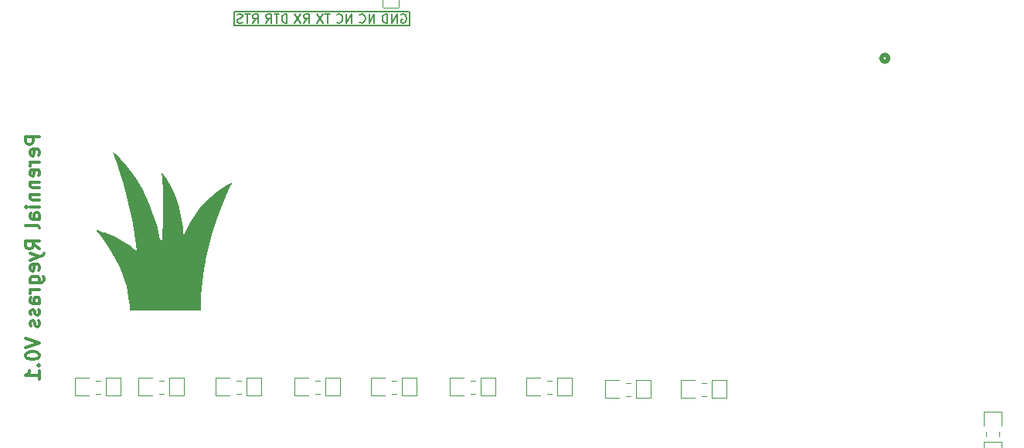
<source format=gbr>
G04 #@! TF.GenerationSoftware,KiCad,Pcbnew,(7.0.0)*
G04 #@! TF.CreationDate,2023-03-28T16:02:03-07:00*
G04 #@! TF.ProjectId,OpenSprinkler,4f70656e-5370-4726-996e-6b6c65722e6b,1*
G04 #@! TF.SameCoordinates,Original*
G04 #@! TF.FileFunction,Legend,Bot*
G04 #@! TF.FilePolarity,Positive*
%FSLAX46Y46*%
G04 Gerber Fmt 4.6, Leading zero omitted, Abs format (unit mm)*
G04 Created by KiCad (PCBNEW (7.0.0)) date 2023-03-28 16:02:03*
%MOMM*%
%LPD*%
G01*
G04 APERTURE LIST*
G04 Aperture macros list*
%AMRoundRect*
0 Rectangle with rounded corners*
0 $1 Rounding radius*
0 $2 $3 $4 $5 $6 $7 $8 $9 X,Y pos of 4 corners*
0 Add a 4 corners polygon primitive as box body*
4,1,4,$2,$3,$4,$5,$6,$7,$8,$9,$2,$3,0*
0 Add four circle primitives for the rounded corners*
1,1,$1+$1,$2,$3*
1,1,$1+$1,$4,$5*
1,1,$1+$1,$6,$7*
1,1,$1+$1,$8,$9*
0 Add four rect primitives between the rounded corners*
20,1,$1+$1,$2,$3,$4,$5,0*
20,1,$1+$1,$4,$5,$6,$7,0*
20,1,$1+$1,$6,$7,$8,$9,0*
20,1,$1+$1,$8,$9,$2,$3,0*%
%AMFreePoly0*
4,1,14,-0.351096,0.988808,0.410904,0.023608,0.419100,0.000000,0.410904,-0.023608,-0.351096,-0.988808,-0.370318,-1.001772,-0.393495,-1.001193,-0.412046,-0.987285,-0.419100,-0.965200,-0.419100,0.965200,-0.412046,0.987285,-0.393495,1.001193,-0.370318,1.001772,-0.351096,0.988808,-0.351096,0.988808,$1*%
G04 Aperture macros list end*
%ADD10C,0.150000*%
%ADD11C,0.300000*%
%ADD12C,0.120000*%
%ADD13C,0.508000*%
%ADD14RoundRect,0.038100X-0.960871X0.811312X-0.960871X-0.811312X0.960871X-0.811312X0.960871X0.811312X0*%
%ADD15FreePoly0,270.000000*%
%ADD16FreePoly0,90.000000*%
%ADD17RoundRect,0.038100X0.960871X-0.812056X0.960871X0.812056X-0.960871X0.812056X-0.960871X-0.812056X0*%
%ADD18RoundRect,0.038100X-0.811312X-0.960871X0.811312X-0.960871X0.811312X0.960871X-0.811312X0.960871X0*%
%ADD19FreePoly0,0.000000*%
%ADD20FreePoly0,180.000000*%
%ADD21RoundRect,0.038100X0.812056X0.960871X-0.812056X0.960871X-0.812056X-0.960871X0.812056X-0.960871X0*%
%ADD22O,2.576200X5.076200*%
%ADD23O,2.326200X4.576200*%
%ADD24O,4.576200X2.326200*%
%ADD25RoundRect,0.038100X-0.750000X-1.500000X0.750000X-1.500000X0.750000X1.500000X-0.750000X1.500000X0*%
%ADD26O,1.576200X3.076200*%
%ADD27C,2.776200*%
%ADD28RoundRect,0.038100X-0.850000X0.850000X-0.850000X-0.850000X0.850000X-0.850000X0.850000X0.850000X0*%
%ADD29O,1.776200X1.776200*%
%ADD30C,1.828800*%
G04 APERTURE END LIST*
D10*
X102717600Y-66713700D02*
X102717600Y-65215100D01*
X121916800Y-65226800D02*
X102717600Y-65226800D01*
X121942200Y-65277600D02*
X121942200Y-66750800D01*
X102717600Y-66750800D02*
X121866000Y-66750800D01*
X110370732Y-66484121D02*
X110701399Y-66011740D01*
X110937589Y-66484121D02*
X110937589Y-65492121D01*
X110937589Y-65492121D02*
X110559684Y-65492121D01*
X110559684Y-65492121D02*
X110465208Y-65539360D01*
X110465208Y-65539360D02*
X110417970Y-65586598D01*
X110417970Y-65586598D02*
X110370732Y-65681074D01*
X110370732Y-65681074D02*
X110370732Y-65822788D01*
X110370732Y-65822788D02*
X110417970Y-65917264D01*
X110417970Y-65917264D02*
X110465208Y-65964502D01*
X110465208Y-65964502D02*
X110559684Y-66011740D01*
X110559684Y-66011740D02*
X110937589Y-66011740D01*
X110040065Y-65492121D02*
X109378732Y-66484121D01*
X109378732Y-65492121D02*
X110040065Y-66484121D01*
D11*
X81410771Y-78919342D02*
X79910771Y-78919342D01*
X79910771Y-78919342D02*
X79910771Y-79490771D01*
X79910771Y-79490771D02*
X79982200Y-79633628D01*
X79982200Y-79633628D02*
X80053628Y-79705057D01*
X80053628Y-79705057D02*
X80196485Y-79776485D01*
X80196485Y-79776485D02*
X80410771Y-79776485D01*
X80410771Y-79776485D02*
X80553628Y-79705057D01*
X80553628Y-79705057D02*
X80625057Y-79633628D01*
X80625057Y-79633628D02*
X80696485Y-79490771D01*
X80696485Y-79490771D02*
X80696485Y-78919342D01*
X81339342Y-80990771D02*
X81410771Y-80847914D01*
X81410771Y-80847914D02*
X81410771Y-80562200D01*
X81410771Y-80562200D02*
X81339342Y-80419342D01*
X81339342Y-80419342D02*
X81196485Y-80347914D01*
X81196485Y-80347914D02*
X80625057Y-80347914D01*
X80625057Y-80347914D02*
X80482200Y-80419342D01*
X80482200Y-80419342D02*
X80410771Y-80562200D01*
X80410771Y-80562200D02*
X80410771Y-80847914D01*
X80410771Y-80847914D02*
X80482200Y-80990771D01*
X80482200Y-80990771D02*
X80625057Y-81062200D01*
X80625057Y-81062200D02*
X80767914Y-81062200D01*
X80767914Y-81062200D02*
X80910771Y-80347914D01*
X81410771Y-81705056D02*
X80410771Y-81705056D01*
X80696485Y-81705056D02*
X80553628Y-81776485D01*
X80553628Y-81776485D02*
X80482200Y-81847914D01*
X80482200Y-81847914D02*
X80410771Y-81990771D01*
X80410771Y-81990771D02*
X80410771Y-82133628D01*
X81339342Y-83205056D02*
X81410771Y-83062199D01*
X81410771Y-83062199D02*
X81410771Y-82776485D01*
X81410771Y-82776485D02*
X81339342Y-82633627D01*
X81339342Y-82633627D02*
X81196485Y-82562199D01*
X81196485Y-82562199D02*
X80625057Y-82562199D01*
X80625057Y-82562199D02*
X80482200Y-82633627D01*
X80482200Y-82633627D02*
X80410771Y-82776485D01*
X80410771Y-82776485D02*
X80410771Y-83062199D01*
X80410771Y-83062199D02*
X80482200Y-83205056D01*
X80482200Y-83205056D02*
X80625057Y-83276485D01*
X80625057Y-83276485D02*
X80767914Y-83276485D01*
X80767914Y-83276485D02*
X80910771Y-82562199D01*
X80410771Y-83919341D02*
X81410771Y-83919341D01*
X80553628Y-83919341D02*
X80482200Y-83990770D01*
X80482200Y-83990770D02*
X80410771Y-84133627D01*
X80410771Y-84133627D02*
X80410771Y-84347913D01*
X80410771Y-84347913D02*
X80482200Y-84490770D01*
X80482200Y-84490770D02*
X80625057Y-84562199D01*
X80625057Y-84562199D02*
X81410771Y-84562199D01*
X80410771Y-85276484D02*
X81410771Y-85276484D01*
X80553628Y-85276484D02*
X80482200Y-85347913D01*
X80482200Y-85347913D02*
X80410771Y-85490770D01*
X80410771Y-85490770D02*
X80410771Y-85705056D01*
X80410771Y-85705056D02*
X80482200Y-85847913D01*
X80482200Y-85847913D02*
X80625057Y-85919342D01*
X80625057Y-85919342D02*
X81410771Y-85919342D01*
X81410771Y-86633627D02*
X80410771Y-86633627D01*
X79910771Y-86633627D02*
X79982200Y-86562199D01*
X79982200Y-86562199D02*
X80053628Y-86633627D01*
X80053628Y-86633627D02*
X79982200Y-86705056D01*
X79982200Y-86705056D02*
X79910771Y-86633627D01*
X79910771Y-86633627D02*
X80053628Y-86633627D01*
X81410771Y-87990771D02*
X80625057Y-87990771D01*
X80625057Y-87990771D02*
X80482200Y-87919342D01*
X80482200Y-87919342D02*
X80410771Y-87776485D01*
X80410771Y-87776485D02*
X80410771Y-87490771D01*
X80410771Y-87490771D02*
X80482200Y-87347913D01*
X81339342Y-87990771D02*
X81410771Y-87847913D01*
X81410771Y-87847913D02*
X81410771Y-87490771D01*
X81410771Y-87490771D02*
X81339342Y-87347913D01*
X81339342Y-87347913D02*
X81196485Y-87276485D01*
X81196485Y-87276485D02*
X81053628Y-87276485D01*
X81053628Y-87276485D02*
X80910771Y-87347913D01*
X80910771Y-87347913D02*
X80839342Y-87490771D01*
X80839342Y-87490771D02*
X80839342Y-87847913D01*
X80839342Y-87847913D02*
X80767914Y-87990771D01*
X81410771Y-88919342D02*
X81339342Y-88776485D01*
X81339342Y-88776485D02*
X81196485Y-88705056D01*
X81196485Y-88705056D02*
X79910771Y-88705056D01*
X81410771Y-91247913D02*
X80696485Y-90747913D01*
X81410771Y-90390770D02*
X79910771Y-90390770D01*
X79910771Y-90390770D02*
X79910771Y-90962199D01*
X79910771Y-90962199D02*
X79982200Y-91105056D01*
X79982200Y-91105056D02*
X80053628Y-91176485D01*
X80053628Y-91176485D02*
X80196485Y-91247913D01*
X80196485Y-91247913D02*
X80410771Y-91247913D01*
X80410771Y-91247913D02*
X80553628Y-91176485D01*
X80553628Y-91176485D02*
X80625057Y-91105056D01*
X80625057Y-91105056D02*
X80696485Y-90962199D01*
X80696485Y-90962199D02*
X80696485Y-90390770D01*
X80410771Y-91747913D02*
X81410771Y-92105056D01*
X80410771Y-92462199D02*
X81410771Y-92105056D01*
X81410771Y-92105056D02*
X81767914Y-91962199D01*
X81767914Y-91962199D02*
X81839342Y-91890770D01*
X81839342Y-91890770D02*
X81910771Y-91747913D01*
X81339342Y-93605056D02*
X81410771Y-93462199D01*
X81410771Y-93462199D02*
X81410771Y-93176485D01*
X81410771Y-93176485D02*
X81339342Y-93033627D01*
X81339342Y-93033627D02*
X81196485Y-92962199D01*
X81196485Y-92962199D02*
X80625057Y-92962199D01*
X80625057Y-92962199D02*
X80482200Y-93033627D01*
X80482200Y-93033627D02*
X80410771Y-93176485D01*
X80410771Y-93176485D02*
X80410771Y-93462199D01*
X80410771Y-93462199D02*
X80482200Y-93605056D01*
X80482200Y-93605056D02*
X80625057Y-93676485D01*
X80625057Y-93676485D02*
X80767914Y-93676485D01*
X80767914Y-93676485D02*
X80910771Y-92962199D01*
X80410771Y-94962199D02*
X81625057Y-94962199D01*
X81625057Y-94962199D02*
X81767914Y-94890770D01*
X81767914Y-94890770D02*
X81839342Y-94819341D01*
X81839342Y-94819341D02*
X81910771Y-94676484D01*
X81910771Y-94676484D02*
X81910771Y-94462199D01*
X81910771Y-94462199D02*
X81839342Y-94319341D01*
X81339342Y-94962199D02*
X81410771Y-94819341D01*
X81410771Y-94819341D02*
X81410771Y-94533627D01*
X81410771Y-94533627D02*
X81339342Y-94390770D01*
X81339342Y-94390770D02*
X81267914Y-94319341D01*
X81267914Y-94319341D02*
X81125057Y-94247913D01*
X81125057Y-94247913D02*
X80696485Y-94247913D01*
X80696485Y-94247913D02*
X80553628Y-94319341D01*
X80553628Y-94319341D02*
X80482200Y-94390770D01*
X80482200Y-94390770D02*
X80410771Y-94533627D01*
X80410771Y-94533627D02*
X80410771Y-94819341D01*
X80410771Y-94819341D02*
X80482200Y-94962199D01*
X81410771Y-95676484D02*
X80410771Y-95676484D01*
X80696485Y-95676484D02*
X80553628Y-95747913D01*
X80553628Y-95747913D02*
X80482200Y-95819342D01*
X80482200Y-95819342D02*
X80410771Y-95962199D01*
X80410771Y-95962199D02*
X80410771Y-96105056D01*
X81410771Y-97247913D02*
X80625057Y-97247913D01*
X80625057Y-97247913D02*
X80482200Y-97176484D01*
X80482200Y-97176484D02*
X80410771Y-97033627D01*
X80410771Y-97033627D02*
X80410771Y-96747913D01*
X80410771Y-96747913D02*
X80482200Y-96605055D01*
X81339342Y-97247913D02*
X81410771Y-97105055D01*
X81410771Y-97105055D02*
X81410771Y-96747913D01*
X81410771Y-96747913D02*
X81339342Y-96605055D01*
X81339342Y-96605055D02*
X81196485Y-96533627D01*
X81196485Y-96533627D02*
X81053628Y-96533627D01*
X81053628Y-96533627D02*
X80910771Y-96605055D01*
X80910771Y-96605055D02*
X80839342Y-96747913D01*
X80839342Y-96747913D02*
X80839342Y-97105055D01*
X80839342Y-97105055D02*
X80767914Y-97247913D01*
X81339342Y-97890770D02*
X81410771Y-98033627D01*
X81410771Y-98033627D02*
X81410771Y-98319341D01*
X81410771Y-98319341D02*
X81339342Y-98462198D01*
X81339342Y-98462198D02*
X81196485Y-98533627D01*
X81196485Y-98533627D02*
X81125057Y-98533627D01*
X81125057Y-98533627D02*
X80982200Y-98462198D01*
X80982200Y-98462198D02*
X80910771Y-98319341D01*
X80910771Y-98319341D02*
X80910771Y-98105056D01*
X80910771Y-98105056D02*
X80839342Y-97962198D01*
X80839342Y-97962198D02*
X80696485Y-97890770D01*
X80696485Y-97890770D02*
X80625057Y-97890770D01*
X80625057Y-97890770D02*
X80482200Y-97962198D01*
X80482200Y-97962198D02*
X80410771Y-98105056D01*
X80410771Y-98105056D02*
X80410771Y-98319341D01*
X80410771Y-98319341D02*
X80482200Y-98462198D01*
X81339342Y-99105056D02*
X81410771Y-99247913D01*
X81410771Y-99247913D02*
X81410771Y-99533627D01*
X81410771Y-99533627D02*
X81339342Y-99676484D01*
X81339342Y-99676484D02*
X81196485Y-99747913D01*
X81196485Y-99747913D02*
X81125057Y-99747913D01*
X81125057Y-99747913D02*
X80982200Y-99676484D01*
X80982200Y-99676484D02*
X80910771Y-99533627D01*
X80910771Y-99533627D02*
X80910771Y-99319342D01*
X80910771Y-99319342D02*
X80839342Y-99176484D01*
X80839342Y-99176484D02*
X80696485Y-99105056D01*
X80696485Y-99105056D02*
X80625057Y-99105056D01*
X80625057Y-99105056D02*
X80482200Y-99176484D01*
X80482200Y-99176484D02*
X80410771Y-99319342D01*
X80410771Y-99319342D02*
X80410771Y-99533627D01*
X80410771Y-99533627D02*
X80482200Y-99676484D01*
X79910771Y-101076485D02*
X81410771Y-101576485D01*
X81410771Y-101576485D02*
X79910771Y-102076485D01*
X79910771Y-102862199D02*
X79910771Y-103005056D01*
X79910771Y-103005056D02*
X79982200Y-103147913D01*
X79982200Y-103147913D02*
X80053628Y-103219342D01*
X80053628Y-103219342D02*
X80196485Y-103290770D01*
X80196485Y-103290770D02*
X80482200Y-103362199D01*
X80482200Y-103362199D02*
X80839342Y-103362199D01*
X80839342Y-103362199D02*
X81125057Y-103290770D01*
X81125057Y-103290770D02*
X81267914Y-103219342D01*
X81267914Y-103219342D02*
X81339342Y-103147913D01*
X81339342Y-103147913D02*
X81410771Y-103005056D01*
X81410771Y-103005056D02*
X81410771Y-102862199D01*
X81410771Y-102862199D02*
X81339342Y-102719342D01*
X81339342Y-102719342D02*
X81267914Y-102647913D01*
X81267914Y-102647913D02*
X81125057Y-102576484D01*
X81125057Y-102576484D02*
X80839342Y-102505056D01*
X80839342Y-102505056D02*
X80482200Y-102505056D01*
X80482200Y-102505056D02*
X80196485Y-102576484D01*
X80196485Y-102576484D02*
X80053628Y-102647913D01*
X80053628Y-102647913D02*
X79982200Y-102719342D01*
X79982200Y-102719342D02*
X79910771Y-102862199D01*
X81267914Y-104005055D02*
X81339342Y-104076484D01*
X81339342Y-104076484D02*
X81410771Y-104005055D01*
X81410771Y-104005055D02*
X81339342Y-103933627D01*
X81339342Y-103933627D02*
X81267914Y-104005055D01*
X81267914Y-104005055D02*
X81410771Y-104005055D01*
X81410771Y-105505056D02*
X81410771Y-104647913D01*
X81410771Y-105076484D02*
X79910771Y-105076484D01*
X79910771Y-105076484D02*
X80125057Y-104933627D01*
X80125057Y-104933627D02*
X80267914Y-104790770D01*
X80267914Y-104790770D02*
X80339342Y-104647913D01*
D10*
X108537623Y-66484121D02*
X108537623Y-65492121D01*
X108537623Y-65492121D02*
X108301433Y-65492121D01*
X108301433Y-65492121D02*
X108159718Y-65539360D01*
X108159718Y-65539360D02*
X108065242Y-65633836D01*
X108065242Y-65633836D02*
X108018004Y-65728312D01*
X108018004Y-65728312D02*
X107970766Y-65917264D01*
X107970766Y-65917264D02*
X107970766Y-66058979D01*
X107970766Y-66058979D02*
X108018004Y-66247931D01*
X108018004Y-66247931D02*
X108065242Y-66342407D01*
X108065242Y-66342407D02*
X108159718Y-66436883D01*
X108159718Y-66436883D02*
X108301433Y-66484121D01*
X108301433Y-66484121D02*
X108537623Y-66484121D01*
X107687337Y-65492121D02*
X107120480Y-65492121D01*
X107403909Y-66484121D02*
X107403909Y-65492121D01*
X106222956Y-66484121D02*
X106553623Y-66011740D01*
X106789813Y-66484121D02*
X106789813Y-65492121D01*
X106789813Y-65492121D02*
X106411908Y-65492121D01*
X106411908Y-65492121D02*
X106317432Y-65539360D01*
X106317432Y-65539360D02*
X106270194Y-65586598D01*
X106270194Y-65586598D02*
X106222956Y-65681074D01*
X106222956Y-65681074D02*
X106222956Y-65822788D01*
X106222956Y-65822788D02*
X106270194Y-65917264D01*
X106270194Y-65917264D02*
X106317432Y-65964502D01*
X106317432Y-65964502D02*
X106411908Y-66011740D01*
X106411908Y-66011740D02*
X106789813Y-66011740D01*
X121057076Y-65539360D02*
X121151552Y-65492121D01*
X121151552Y-65492121D02*
X121293266Y-65492121D01*
X121293266Y-65492121D02*
X121434981Y-65539360D01*
X121434981Y-65539360D02*
X121529457Y-65633836D01*
X121529457Y-65633836D02*
X121576695Y-65728312D01*
X121576695Y-65728312D02*
X121623933Y-65917264D01*
X121623933Y-65917264D02*
X121623933Y-66058979D01*
X121623933Y-66058979D02*
X121576695Y-66247931D01*
X121576695Y-66247931D02*
X121529457Y-66342407D01*
X121529457Y-66342407D02*
X121434981Y-66436883D01*
X121434981Y-66436883D02*
X121293266Y-66484121D01*
X121293266Y-66484121D02*
X121198790Y-66484121D01*
X121198790Y-66484121D02*
X121057076Y-66436883D01*
X121057076Y-66436883D02*
X121009838Y-66389645D01*
X121009838Y-66389645D02*
X121009838Y-66058979D01*
X121009838Y-66058979D02*
X121198790Y-66058979D01*
X120584695Y-66484121D02*
X120584695Y-65492121D01*
X120584695Y-65492121D02*
X120017838Y-66484121D01*
X120017838Y-66484121D02*
X120017838Y-65492121D01*
X119545457Y-66484121D02*
X119545457Y-65492121D01*
X119545457Y-65492121D02*
X119309267Y-65492121D01*
X119309267Y-65492121D02*
X119167552Y-65539360D01*
X119167552Y-65539360D02*
X119073076Y-65633836D01*
X119073076Y-65633836D02*
X119025838Y-65728312D01*
X119025838Y-65728312D02*
X118978600Y-65917264D01*
X118978600Y-65917264D02*
X118978600Y-66058979D01*
X118978600Y-66058979D02*
X119025838Y-66247931D01*
X119025838Y-66247931D02*
X119073076Y-66342407D01*
X119073076Y-66342407D02*
X119167552Y-66436883D01*
X119167552Y-66436883D02*
X119309267Y-66484121D01*
X119309267Y-66484121D02*
X119545457Y-66484121D01*
X113243079Y-65492121D02*
X112676222Y-65492121D01*
X112959651Y-66484121D02*
X112959651Y-65492121D01*
X112440031Y-65492121D02*
X111778698Y-66484121D01*
X111778698Y-65492121D02*
X112440031Y-66484121D01*
X115595807Y-66484121D02*
X115595807Y-65492121D01*
X115595807Y-65492121D02*
X115028950Y-66484121D01*
X115028950Y-66484121D02*
X115028950Y-65492121D01*
X113989712Y-66389645D02*
X114036950Y-66436883D01*
X114036950Y-66436883D02*
X114178664Y-66484121D01*
X114178664Y-66484121D02*
X114273140Y-66484121D01*
X114273140Y-66484121D02*
X114414855Y-66436883D01*
X114414855Y-66436883D02*
X114509331Y-66342407D01*
X114509331Y-66342407D02*
X114556569Y-66247931D01*
X114556569Y-66247931D02*
X114603807Y-66058979D01*
X114603807Y-66058979D02*
X114603807Y-65917264D01*
X114603807Y-65917264D02*
X114556569Y-65728312D01*
X114556569Y-65728312D02*
X114509331Y-65633836D01*
X114509331Y-65633836D02*
X114414855Y-65539360D01*
X114414855Y-65539360D02*
X114273140Y-65492121D01*
X114273140Y-65492121D02*
X114178664Y-65492121D01*
X114178664Y-65492121D02*
X114036950Y-65539360D01*
X114036950Y-65539360D02*
X113989712Y-65586598D01*
X118090249Y-66484121D02*
X118090249Y-65492121D01*
X118090249Y-65492121D02*
X117523392Y-66484121D01*
X117523392Y-66484121D02*
X117523392Y-65492121D01*
X116484154Y-66389645D02*
X116531392Y-66436883D01*
X116531392Y-66436883D02*
X116673106Y-66484121D01*
X116673106Y-66484121D02*
X116767582Y-66484121D01*
X116767582Y-66484121D02*
X116909297Y-66436883D01*
X116909297Y-66436883D02*
X117003773Y-66342407D01*
X117003773Y-66342407D02*
X117051011Y-66247931D01*
X117051011Y-66247931D02*
X117098249Y-66058979D01*
X117098249Y-66058979D02*
X117098249Y-65917264D01*
X117098249Y-65917264D02*
X117051011Y-65728312D01*
X117051011Y-65728312D02*
X117003773Y-65633836D01*
X117003773Y-65633836D02*
X116909297Y-65539360D01*
X116909297Y-65539360D02*
X116767582Y-65492121D01*
X116767582Y-65492121D02*
X116673106Y-65492121D01*
X116673106Y-65492121D02*
X116531392Y-65539360D01*
X116531392Y-65539360D02*
X116484154Y-65586598D01*
X104767752Y-66484121D02*
X105098419Y-66011740D01*
X105334609Y-66484121D02*
X105334609Y-65492121D01*
X105334609Y-65492121D02*
X104956704Y-65492121D01*
X104956704Y-65492121D02*
X104862228Y-65539360D01*
X104862228Y-65539360D02*
X104814990Y-65586598D01*
X104814990Y-65586598D02*
X104767752Y-65681074D01*
X104767752Y-65681074D02*
X104767752Y-65822788D01*
X104767752Y-65822788D02*
X104814990Y-65917264D01*
X104814990Y-65917264D02*
X104862228Y-65964502D01*
X104862228Y-65964502D02*
X104956704Y-66011740D01*
X104956704Y-66011740D02*
X105334609Y-66011740D01*
X104484323Y-65492121D02*
X103917466Y-65492121D01*
X104200895Y-66484121D02*
X104200895Y-65492121D01*
X103634037Y-66436883D02*
X103492323Y-66484121D01*
X103492323Y-66484121D02*
X103256132Y-66484121D01*
X103256132Y-66484121D02*
X103161656Y-66436883D01*
X103161656Y-66436883D02*
X103114418Y-66389645D01*
X103114418Y-66389645D02*
X103067180Y-66295169D01*
X103067180Y-66295169D02*
X103067180Y-66200693D01*
X103067180Y-66200693D02*
X103114418Y-66106217D01*
X103114418Y-66106217D02*
X103161656Y-66058979D01*
X103161656Y-66058979D02*
X103256132Y-66011740D01*
X103256132Y-66011740D02*
X103445085Y-65964502D01*
X103445085Y-65964502D02*
X103539561Y-65917264D01*
X103539561Y-65917264D02*
X103586799Y-65870026D01*
X103586799Y-65870026D02*
X103634037Y-65775550D01*
X103634037Y-65775550D02*
X103634037Y-65681074D01*
X103634037Y-65681074D02*
X103586799Y-65586598D01*
X103586799Y-65586598D02*
X103539561Y-65539360D01*
X103539561Y-65539360D02*
X103445085Y-65492121D01*
X103445085Y-65492121D02*
X103208894Y-65492121D01*
X103208894Y-65492121D02*
X103067180Y-65539360D01*
D12*
X185116800Y-111320948D02*
X185116800Y-111843452D01*
X186586800Y-111320948D02*
X186586800Y-111843452D01*
X94504660Y-107156675D02*
X95027164Y-107156675D01*
X94504660Y-105686675D02*
X95027164Y-105686675D01*
X137024260Y-107156675D02*
X137546764Y-107156675D01*
X137024260Y-105686675D02*
X137546764Y-105686675D01*
X120006260Y-107156675D02*
X120528764Y-107156675D01*
X120006260Y-105686675D02*
X120528764Y-105686675D01*
X145660260Y-107410675D02*
X146182764Y-107410675D01*
X145660260Y-105940675D02*
X146182764Y-105940675D01*
X111624260Y-107156675D02*
X112146764Y-107156675D01*
X111624260Y-105686675D02*
X112146764Y-105686675D01*
X128642260Y-107156675D02*
X129164764Y-107156675D01*
X128642260Y-105686675D02*
X129164764Y-105686675D01*
X153939172Y-107406350D02*
X154461676Y-107406350D01*
X153939172Y-105936350D02*
X154461676Y-105936350D01*
X102988260Y-107156675D02*
X103510764Y-107156675D01*
X102988260Y-105686675D02*
X103510764Y-105686675D01*
X87570460Y-107156675D02*
X88092964Y-107156675D01*
X87570460Y-105686675D02*
X88092964Y-105686675D01*
D13*
X174409100Y-70358000D02*
G75*
G03*
X174409100Y-70358000I-381000J0D01*
G01*
G36*
X89513239Y-80621959D02*
G01*
X89595529Y-80695754D01*
X89710430Y-80804988D01*
X89850029Y-80941656D01*
X90006412Y-81097748D01*
X90171665Y-81265258D01*
X90337876Y-81436179D01*
X90497130Y-81602502D01*
X90641513Y-81756222D01*
X90763113Y-81889329D01*
X90854016Y-81993817D01*
X91000205Y-82171958D01*
X91587633Y-82947697D01*
X92130840Y-83767338D01*
X92631251Y-84633885D01*
X93090287Y-85550340D01*
X93509373Y-86519707D01*
X93889932Y-87544990D01*
X94233387Y-88629194D01*
X94541160Y-89775320D01*
X94569381Y-89890520D01*
X94624116Y-90118349D01*
X94671121Y-90319875D01*
X94707855Y-90483876D01*
X94731774Y-90599128D01*
X94740336Y-90654409D01*
X94746745Y-90693284D01*
X94773135Y-90691115D01*
X94785900Y-90659637D01*
X94804432Y-90557151D01*
X94823289Y-90392719D01*
X94842126Y-90173045D01*
X94860600Y-89904831D01*
X94878365Y-89594781D01*
X94895079Y-89249597D01*
X94910395Y-88875981D01*
X94923971Y-88480638D01*
X94935463Y-88070270D01*
X94944525Y-87651579D01*
X94950813Y-87231269D01*
X94952433Y-87077135D01*
X94955730Y-86327600D01*
X94950452Y-85640567D01*
X94936348Y-85007301D01*
X94913165Y-84419064D01*
X94880652Y-83867120D01*
X94838555Y-83342733D01*
X94834491Y-83298037D01*
X94819247Y-83124933D01*
X94807677Y-82984683D01*
X94800849Y-82890698D01*
X94799832Y-82856389D01*
X94817298Y-82870069D01*
X94872292Y-82933085D01*
X94954675Y-83036867D01*
X95055843Y-83169874D01*
X95167187Y-83320566D01*
X95280102Y-83477402D01*
X95385981Y-83628843D01*
X95476217Y-83763348D01*
X95747629Y-84211579D01*
X96091544Y-84887430D01*
X96392046Y-85615024D01*
X96647353Y-86388774D01*
X96855685Y-87203095D01*
X97015258Y-88052399D01*
X97124293Y-88931100D01*
X97140021Y-89096391D01*
X97157865Y-89276863D01*
X97173438Y-89427238D01*
X97184559Y-89526009D01*
X97203735Y-89680456D01*
X97470933Y-89158957D01*
X97901255Y-88378851D01*
X98412377Y-87583455D01*
X98966614Y-86847162D01*
X99564365Y-86169523D01*
X100206027Y-85550090D01*
X100891999Y-84988413D01*
X101622679Y-84484045D01*
X101745577Y-84408034D01*
X101904955Y-84312877D01*
X102068360Y-84218188D01*
X102222426Y-84131475D01*
X102353784Y-84060244D01*
X102449068Y-84012000D01*
X102494910Y-83994251D01*
X102492574Y-84010051D01*
X102465144Y-84081260D01*
X102413738Y-84199870D01*
X102343130Y-84354971D01*
X102258092Y-84535652D01*
X101716157Y-85736636D01*
X101197741Y-87027428D01*
X100726726Y-88353956D01*
X100307629Y-89702615D01*
X99944965Y-91059799D01*
X99643253Y-92411902D01*
X99590435Y-92682328D01*
X99461810Y-93407376D01*
X99348855Y-94143916D01*
X99253071Y-94878512D01*
X99175958Y-95597723D01*
X99119020Y-96288112D01*
X99083756Y-96936240D01*
X99071667Y-97528667D01*
X99071667Y-98015638D01*
X95199968Y-98015638D01*
X91328268Y-98015638D01*
X91311547Y-97933051D01*
X91310799Y-97928996D01*
X91302763Y-97854991D01*
X91293374Y-97726412D01*
X91283739Y-97560200D01*
X91274964Y-97373297D01*
X91253397Y-97047475D01*
X91184708Y-96486445D01*
X91077161Y-95896292D01*
X90934238Y-95295064D01*
X90759419Y-94700812D01*
X90723187Y-94590982D01*
X90447484Y-93847706D01*
X90115544Y-93087592D01*
X89735332Y-92324979D01*
X89314811Y-91574206D01*
X88861945Y-90849612D01*
X88384698Y-90165535D01*
X87891033Y-89536314D01*
X87865551Y-89505688D01*
X87759191Y-89374102D01*
X87677939Y-89267388D01*
X87629364Y-89195823D01*
X87621033Y-89169684D01*
X87626766Y-89170158D01*
X87693789Y-89186616D01*
X87813908Y-89223237D01*
X87973954Y-89275499D01*
X88160759Y-89338880D01*
X88361155Y-89408855D01*
X88561972Y-89480904D01*
X88750043Y-89550503D01*
X88912198Y-89613129D01*
X88984434Y-89642139D01*
X89759141Y-89987106D01*
X90496989Y-90378076D01*
X91187698Y-90809177D01*
X91820988Y-91274537D01*
X91876389Y-91318488D01*
X91980599Y-91399082D01*
X92054350Y-91453201D01*
X92084372Y-91470948D01*
X92084032Y-91451462D01*
X92074872Y-91368969D01*
X92056875Y-91231444D01*
X92031570Y-91049177D01*
X92000484Y-90832460D01*
X91965145Y-90591583D01*
X91927083Y-90336838D01*
X91887825Y-90078514D01*
X91848899Y-89826904D01*
X91811834Y-89592298D01*
X91778158Y-89384986D01*
X91749399Y-89215260D01*
X91731311Y-89112422D01*
X91529349Y-88035352D01*
X91305576Y-86960885D01*
X91062616Y-85899125D01*
X90803092Y-84860176D01*
X90529627Y-83854141D01*
X90244842Y-82891125D01*
X89951362Y-81981230D01*
X89651808Y-81134561D01*
X89613723Y-81031159D01*
X89552616Y-80860669D01*
X89505290Y-80722535D01*
X89475834Y-80628850D01*
X89468333Y-80591708D01*
X89471473Y-80591611D01*
X89513239Y-80621959D01*
G37*
%LPC*%
D14*
X185847471Y-109907288D03*
D15*
X185851800Y-111099600D03*
D16*
X185847475Y-112064800D03*
D17*
X185851804Y-113257856D03*
D18*
X93091000Y-106426004D03*
D19*
X94283312Y-106421675D03*
D20*
X95248512Y-106426000D03*
D21*
X96441568Y-106421671D03*
D18*
X135610600Y-106426004D03*
D19*
X136802912Y-106421675D03*
D20*
X137768112Y-106426000D03*
D21*
X138961168Y-106421671D03*
D18*
X118592600Y-106426004D03*
D19*
X119784912Y-106421675D03*
D20*
X120750112Y-106426000D03*
D21*
X121943168Y-106421671D03*
D18*
X144246600Y-106680004D03*
D19*
X145438912Y-106675675D03*
D20*
X146404112Y-106680000D03*
D21*
X147597168Y-106675671D03*
D18*
X110210600Y-106426004D03*
D19*
X111402912Y-106421675D03*
D20*
X112368112Y-106426000D03*
D21*
X113561168Y-106421671D03*
D18*
X127228600Y-106426004D03*
D19*
X128420912Y-106421675D03*
D20*
X129386112Y-106426000D03*
D21*
X130579168Y-106421671D03*
D18*
X152525512Y-106675679D03*
D19*
X153717824Y-106671350D03*
D20*
X154683024Y-106675675D03*
D21*
X155876080Y-106671346D03*
D18*
X101574600Y-106426004D03*
D19*
X102766912Y-106421675D03*
D20*
X103732112Y-106426000D03*
D21*
X104925168Y-106421671D03*
D18*
X86156800Y-106426004D03*
D19*
X87349112Y-106421675D03*
D20*
X88314312Y-106426000D03*
D21*
X89507368Y-106421671D03*
D22*
X179704999Y-121183399D03*
D23*
X185704999Y-121183399D03*
D24*
X182704999Y-116483399D03*
D25*
X83087200Y-118012200D03*
X83087200Y-123012200D03*
D26*
X88087199Y-118012199D03*
X88087199Y-123012199D03*
D27*
X183570800Y-65000000D03*
X82070800Y-65200000D03*
D28*
X119970800Y-64000000D03*
D29*
X117430799Y-63999999D03*
X114890799Y-63999999D03*
X112350799Y-63999999D03*
X109810799Y-63999999D03*
X107270799Y-63999999D03*
X104730799Y-63999999D03*
D27*
X165430200Y-108305600D03*
D25*
X144809200Y-118012200D03*
X144809200Y-123012200D03*
D26*
X149809199Y-118012199D03*
X149809199Y-123012199D03*
D30*
X168059100Y-70358000D03*
X160566100Y-70358000D03*
D25*
X158126400Y-118012200D03*
X158126400Y-123012200D03*
D26*
X163126399Y-118012199D03*
X163126399Y-123012199D03*
X168126399Y-118012199D03*
X168126399Y-123012199D03*
X173126399Y-118012199D03*
X173126399Y-123012199D03*
D25*
X96455200Y-118012200D03*
X96455200Y-123012200D03*
D26*
X101455199Y-118012199D03*
X101455199Y-123012199D03*
X106455199Y-118012199D03*
X106455199Y-123012199D03*
X111455199Y-118012199D03*
X111455199Y-123012199D03*
X116455199Y-118012199D03*
X116455199Y-123012199D03*
X121455199Y-118012199D03*
X121455199Y-123012199D03*
X126455199Y-118012199D03*
X126455199Y-123012199D03*
X131455199Y-118012199D03*
X131455199Y-123012199D03*
X136455199Y-118012199D03*
X136455199Y-123012199D03*
D27*
X81940400Y-109397800D03*
M02*

</source>
